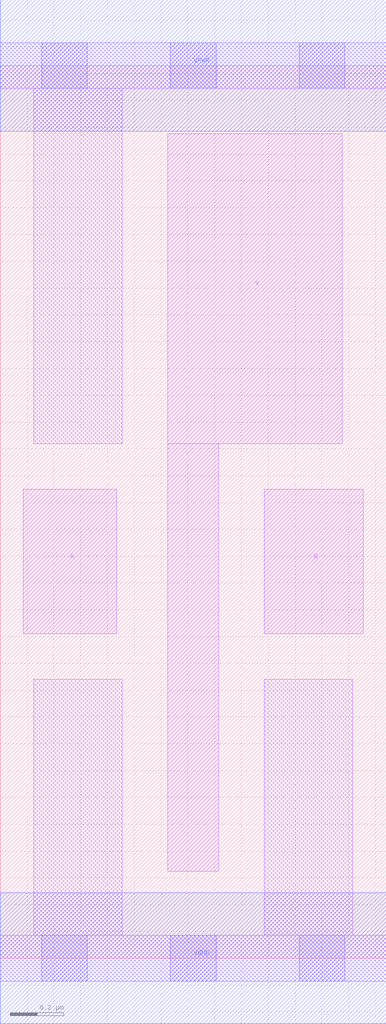
<source format=lef>
# Copyright 2020 The SkyWater PDK Authors
#
# Licensed under the Apache License, Version 2.0 (the "License");
# you may not use this file except in compliance with the License.
# You may obtain a copy of the License at
#
#     https://www.apache.org/licenses/LICENSE-2.0
#
# Unless required by applicable law or agreed to in writing, software
# distributed under the License is distributed on an "AS IS" BASIS,
# WITHOUT WARRANTIES OR CONDITIONS OF ANY KIND, either express or implied.
# See the License for the specific language governing permissions and
# limitations under the License.
#
# SPDX-License-Identifier: Apache-2.0

VERSION 5.7 ;
  NOWIREEXTENSIONATPIN ON ;
  DIVIDERCHAR "/" ;
  BUSBITCHARS "[]" ;
UNITS
  DATABASE MICRONS 200 ;
END UNITS
MACRO sky130_fd_sc_lp__nor2_1
  CLASS CORE ;
  FOREIGN sky130_fd_sc_lp__nor2_1 ;
  ORIGIN  0.000000  0.000000 ;
  SIZE  1.440000 BY  3.330000 ;
  SYMMETRY X Y R90 ;
  SITE unit ;
  PIN A
    ANTENNAGATEAREA  0.315000 ;
    DIRECTION INPUT ;
    USE SIGNAL ;
    PORT
      LAYER li1 ;
        RECT 0.085000 1.210000 0.435000 1.750000 ;
    END
  END A
  PIN B
    ANTENNAGATEAREA  0.315000 ;
    DIRECTION INPUT ;
    USE SIGNAL ;
    PORT
      LAYER li1 ;
        RECT 0.985000 1.210000 1.355000 1.750000 ;
    END
  END B
  PIN Y
    ANTENNADIFFAREA  0.569100 ;
    DIRECTION OUTPUT ;
    USE SIGNAL ;
    PORT
      LAYER li1 ;
        RECT 0.625000 0.325000 0.815000 1.920000 ;
        RECT 0.625000 1.920000 1.275000 3.075000 ;
    END
  END Y
  PIN VGND
    DIRECTION INOUT ;
    USE GROUND ;
    PORT
      LAYER met1 ;
        RECT 0.000000 -0.245000 1.440000 0.245000 ;
    END
  END VGND
  PIN VPWR
    DIRECTION INOUT ;
    USE POWER ;
    PORT
      LAYER met1 ;
        RECT 0.000000 3.085000 1.440000 3.575000 ;
    END
  END VPWR
  OBS
    LAYER li1 ;
      RECT 0.000000 -0.085000 1.440000 0.085000 ;
      RECT 0.000000  3.245000 1.440000 3.415000 ;
      RECT 0.125000  0.085000 0.455000 1.040000 ;
      RECT 0.125000  1.920000 0.455000 3.245000 ;
      RECT 0.985000  0.085000 1.315000 1.040000 ;
    LAYER mcon ;
      RECT 0.155000 -0.085000 0.325000 0.085000 ;
      RECT 0.155000  3.245000 0.325000 3.415000 ;
      RECT 0.635000 -0.085000 0.805000 0.085000 ;
      RECT 0.635000  3.245000 0.805000 3.415000 ;
      RECT 1.115000 -0.085000 1.285000 0.085000 ;
      RECT 1.115000  3.245000 1.285000 3.415000 ;
  END
END sky130_fd_sc_lp__nor2_1
END LIBRARY

</source>
